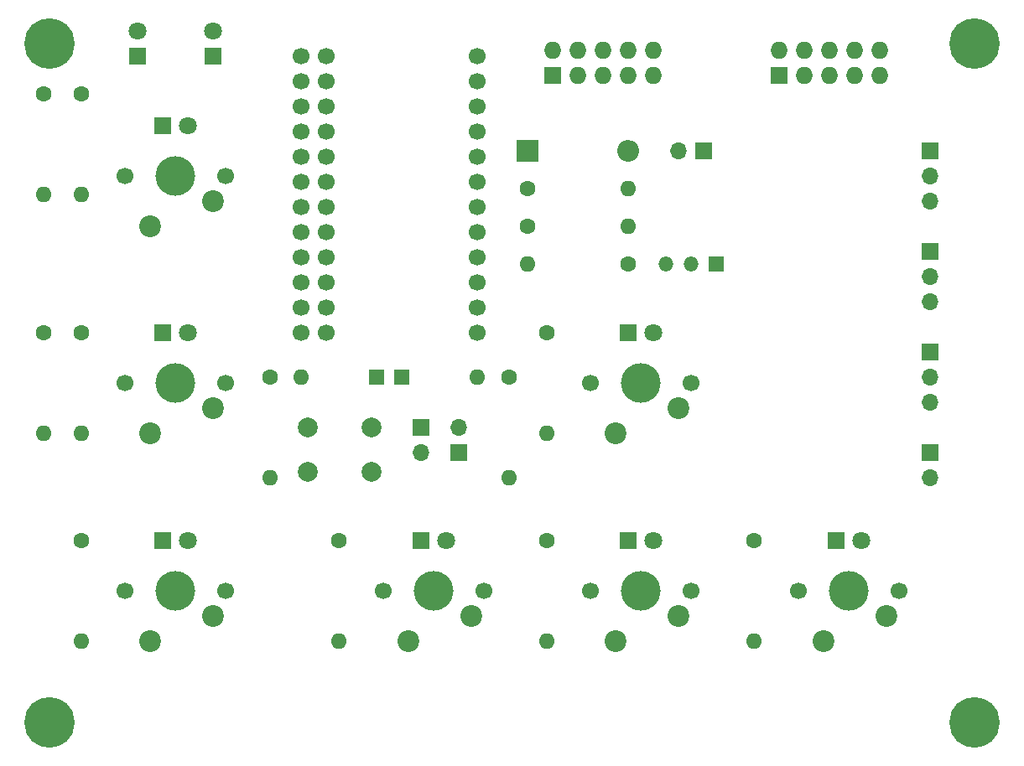
<source format=gbs>
G04 #@! TF.GenerationSoftware,KiCad,Pcbnew,(5.1.8)-1*
G04 #@! TF.CreationDate,2021-02-05T20:59:11+01:00*
G04 #@! TF.ProjectId,C64 Joykey,43363420-4a6f-4796-9b65-792e6b696361,rev?*
G04 #@! TF.SameCoordinates,Original*
G04 #@! TF.FileFunction,Soldermask,Bot*
G04 #@! TF.FilePolarity,Negative*
%FSLAX46Y46*%
G04 Gerber Fmt 4.6, Leading zero omitted, Abs format (unit mm)*
G04 Created by KiCad (PCBNEW (5.1.8)-1) date 2021-02-05 20:59:11*
%MOMM*%
%LPD*%
G01*
G04 APERTURE LIST*
%ADD10C,1.600000*%
%ADD11O,1.600000X1.600000*%
%ADD12R,1.600000X1.600000*%
%ADD13C,1.800000*%
%ADD14R,1.800000X1.800000*%
%ADD15C,2.200000*%
%ADD16C,4.000000*%
%ADD17C,1.700000*%
%ADD18R,1.500000X1.500000*%
%ADD19O,1.500000X1.500000*%
%ADD20C,5.100000*%
%ADD21C,2.000000*%
%ADD22R,1.700000X1.700000*%
%ADD23O,1.700000X1.700000*%
%ADD24R,1.727200X1.727200*%
%ADD25O,1.727200X1.727200*%
%ADD26O,2.200000X2.200000*%
%ADD27R,2.200000X2.200000*%
G04 APERTURE END LIST*
D10*
X166370000Y-119380000D03*
D11*
X166370000Y-129540000D03*
D12*
X179705000Y-119380000D03*
D11*
X187325000Y-119380000D03*
D13*
X158115000Y-93980000D03*
D14*
X155575000Y-93980000D03*
D11*
X147320000Y-146050000D03*
D10*
X147320000Y-135890000D03*
D15*
X154305000Y-146050000D03*
X160655000Y-143510000D03*
D16*
X156845000Y-140970000D03*
D17*
X161925000Y-140970000D03*
X151765000Y-140970000D03*
D18*
X211455000Y-107950000D03*
D19*
X206375000Y-107950000D03*
X208915000Y-107950000D03*
D10*
X202565000Y-107950000D03*
D11*
X192405000Y-107950000D03*
D10*
X143510000Y-114935000D03*
D11*
X143510000Y-125095000D03*
X147320000Y-125095000D03*
D10*
X147320000Y-114935000D03*
D17*
X172085000Y-114935000D03*
X172085000Y-112395000D03*
X172085000Y-109855000D03*
X172085000Y-107315000D03*
X172085000Y-104775000D03*
X172085000Y-102235000D03*
X172085000Y-99695000D03*
X172085000Y-97155000D03*
X172085000Y-94615000D03*
X172085000Y-92075000D03*
X172085000Y-89535000D03*
X172085000Y-86995000D03*
X169545000Y-89535000D03*
X169545000Y-92075000D03*
X169545000Y-94615000D03*
X169545000Y-97155000D03*
X169545000Y-99695000D03*
X169545000Y-102235000D03*
X169545000Y-104775000D03*
X169545000Y-107315000D03*
X169545000Y-109855000D03*
X169545000Y-112395000D03*
X169545000Y-114935000D03*
X187325000Y-114935000D03*
X187325000Y-112395000D03*
X187325000Y-109855000D03*
X187325000Y-107315000D03*
X187325000Y-104775000D03*
X187325000Y-102235000D03*
X187325000Y-99695000D03*
X187325000Y-97155000D03*
X187325000Y-94615000D03*
X187325000Y-92075000D03*
X187325000Y-89535000D03*
X187325000Y-86995000D03*
X169545000Y-86995000D03*
X151765000Y-120015000D03*
X161925000Y-120015000D03*
D16*
X156845000Y-120015000D03*
D15*
X160655000Y-122555000D03*
X154305000Y-125095000D03*
X154305000Y-104140000D03*
X160655000Y-101600000D03*
D16*
X156845000Y-99060000D03*
D17*
X161925000Y-99060000D03*
X151765000Y-99060000D03*
X198755000Y-120015000D03*
X208915000Y-120015000D03*
D16*
X203835000Y-120015000D03*
D15*
X207645000Y-122555000D03*
X201295000Y-125095000D03*
X201295000Y-146050000D03*
X207645000Y-143510000D03*
D16*
X203835000Y-140970000D03*
D17*
X208915000Y-140970000D03*
X198755000Y-140970000D03*
X177800000Y-140970000D03*
X187960000Y-140970000D03*
D16*
X182880000Y-140970000D03*
D15*
X186690000Y-143510000D03*
X180340000Y-146050000D03*
X222250000Y-146050000D03*
X228600000Y-143510000D03*
D16*
X224790000Y-140970000D03*
D17*
X229870000Y-140970000D03*
X219710000Y-140970000D03*
D20*
X144145000Y-154305000D03*
X237490000Y-154305000D03*
X237490000Y-85725000D03*
X144145000Y-85725000D03*
D13*
X153035000Y-84455000D03*
D14*
X153035000Y-86995000D03*
X160655000Y-86995000D03*
D13*
X160655000Y-84455000D03*
D21*
X176680000Y-124460000D03*
X176680000Y-128960000D03*
X170180000Y-124460000D03*
X170180000Y-128960000D03*
D22*
X233045000Y-116840000D03*
D23*
X233045000Y-119380000D03*
X233045000Y-121920000D03*
X233045000Y-111760000D03*
X233045000Y-109220000D03*
D22*
X233045000Y-106680000D03*
D23*
X233045000Y-101600000D03*
X233045000Y-99060000D03*
D22*
X233045000Y-96520000D03*
D24*
X194945000Y-88900000D03*
D25*
X197485000Y-88900000D03*
X200025000Y-88900000D03*
X202565000Y-88900000D03*
X205105000Y-88900000D03*
X194945000Y-86360000D03*
X197485000Y-86360000D03*
X200025000Y-86360000D03*
X202565000Y-86360000D03*
X205105000Y-86360000D03*
X227965000Y-86360000D03*
X225425000Y-86360000D03*
X222885000Y-86360000D03*
X220345000Y-86360000D03*
X217805000Y-86360000D03*
X227965000Y-88900000D03*
X225425000Y-88900000D03*
X222885000Y-88900000D03*
X220345000Y-88900000D03*
D24*
X217805000Y-88900000D03*
D26*
X202565000Y-96520000D03*
D27*
X192405000Y-96520000D03*
D13*
X158115000Y-135890000D03*
D14*
X155575000Y-135890000D03*
D13*
X158115000Y-114935000D03*
D14*
X155575000Y-114935000D03*
X202565000Y-114935000D03*
D13*
X205105000Y-114935000D03*
D14*
X202565000Y-135890000D03*
D13*
X205105000Y-135890000D03*
X184150000Y-135890000D03*
D14*
X181610000Y-135890000D03*
X223520000Y-135890000D03*
D13*
X226060000Y-135890000D03*
D10*
X192405000Y-100330000D03*
D11*
X202565000Y-100330000D03*
X202565000Y-104140000D03*
D10*
X192405000Y-104140000D03*
X143510000Y-90805000D03*
D11*
X143510000Y-100965000D03*
X147320000Y-100965000D03*
D10*
X147320000Y-90805000D03*
D11*
X194310000Y-125095000D03*
D10*
X194310000Y-114935000D03*
X194310000Y-135890000D03*
D11*
X194310000Y-146050000D03*
X173355000Y-146050000D03*
D10*
X173355000Y-135890000D03*
X215265000Y-135890000D03*
D11*
X215265000Y-146050000D03*
D22*
X233045000Y-127000000D03*
D23*
X233045000Y-129540000D03*
X185420000Y-124460000D03*
D22*
X185420000Y-127000000D03*
X181610000Y-124460000D03*
D23*
X181610000Y-127000000D03*
D11*
X169545000Y-119380000D03*
D12*
X177165000Y-119380000D03*
D11*
X190500000Y-129540000D03*
D10*
X190500000Y-119380000D03*
D22*
X210185000Y-96520000D03*
D23*
X207645000Y-96520000D03*
M02*

</source>
